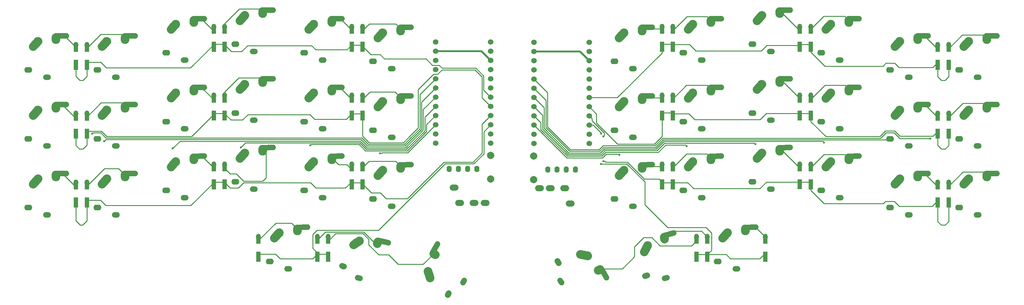
<source format=gbl>
G04 #@! TF.GenerationSoftware,KiCad,Pcbnew,(5.1.4)-1*
G04 #@! TF.CreationDate,2023-05-20T18:47:32-04:00*
G04 #@! TF.ProjectId,corne-light,636f726e-652d-46c6-9967-68742e6b6963,2.0*
G04 #@! TF.SameCoordinates,Original*
G04 #@! TF.FileFunction,Copper,L2,Bot*
G04 #@! TF.FilePolarity,Positive*
%FSLAX46Y46*%
G04 Gerber Fmt 4.6, Leading zero omitted, Abs format (unit mm)*
G04 Created by KiCad (PCBNEW (5.1.4)-1) date 2023-05-20 18:47:32*
%MOMM*%
%LPD*%
G04 APERTURE LIST*
%ADD10R,1.300000X1.400000*%
%ADD11O,1.300000X1.778000*%
%ADD12R,1.300000X1.778000*%
%ADD13O,1.397000X1.778000*%
%ADD14O,2.500000X1.700000*%
%ADD15C,2.000000*%
%ADD16C,2.400000*%
%ADD17C,2.400000*%
%ADD18C,1.500000*%
%ADD19C,1.500000*%
%ADD20C,1.600000*%
%ADD21C,1.600000*%
%ADD22O,2.400000X2.950000*%
%ADD23O,2.200000X1.600000*%
%ADD24O,2.200000X1.500000*%
%ADD25C,1.524000*%
%ADD26C,0.600000*%
%ADD27C,0.254000*%
%ADD28C,0.250000*%
%ADD29C,0.508000*%
G04 APERTURE END LIST*
D10*
X30187500Y-82141875D03*
X30187500Y-85691875D03*
D11*
X30187500Y-80916875D03*
D12*
X30187500Y-86916875D03*
D10*
X33187500Y-82145000D03*
X33187500Y-85695000D03*
D11*
X33187500Y-80920000D03*
D12*
X33187500Y-86920000D03*
D10*
X270684847Y-82145432D03*
X270684847Y-85695432D03*
D11*
X270684847Y-80920432D03*
D12*
X270684847Y-86920432D03*
D10*
X109187500Y-58145000D03*
X109187500Y-61695000D03*
D11*
X109187500Y-56920000D03*
D12*
X109187500Y-62920000D03*
D10*
X191684847Y-58145432D03*
X191684847Y-61695432D03*
D11*
X191684847Y-56920432D03*
D12*
X191684847Y-62920432D03*
D10*
X194684847Y-58145432D03*
X194684847Y-61695432D03*
D11*
X194684847Y-56920432D03*
D12*
X194684847Y-62920432D03*
D10*
X229684847Y-58140432D03*
X229684847Y-61690432D03*
D11*
X229684847Y-56915432D03*
D12*
X229684847Y-62915432D03*
D10*
X232684847Y-58145432D03*
X232684847Y-61695432D03*
D11*
X232684847Y-56920432D03*
D12*
X232684847Y-62920432D03*
D10*
X267684847Y-63145432D03*
X267684847Y-66695432D03*
D11*
X267684847Y-61920432D03*
D12*
X267684847Y-67920432D03*
D10*
X270684847Y-63145432D03*
X270684847Y-66695432D03*
D11*
X270684847Y-61920432D03*
D12*
X270684847Y-67920432D03*
D10*
X191684847Y-39145432D03*
X191684847Y-42695432D03*
D11*
X191684847Y-37920432D03*
D12*
X191684847Y-43920432D03*
D10*
X194684847Y-39145432D03*
X194684847Y-42695432D03*
D11*
X194684847Y-37920432D03*
D12*
X194684847Y-43920432D03*
D10*
X229684847Y-39140432D03*
X229684847Y-42690432D03*
D11*
X229684847Y-37915432D03*
D12*
X229684847Y-43915432D03*
D10*
X232684847Y-39145432D03*
X232684847Y-42695432D03*
D11*
X232684847Y-37920432D03*
D12*
X232684847Y-43920432D03*
D10*
X267684847Y-44145432D03*
X267684847Y-47695432D03*
D11*
X267684847Y-42920432D03*
D12*
X267684847Y-48920432D03*
D10*
X270684847Y-44145432D03*
X270684847Y-47695432D03*
D11*
X270684847Y-42920432D03*
D12*
X270684847Y-48920432D03*
D10*
X201194847Y-97140432D03*
X201194847Y-100690432D03*
D11*
X201194847Y-95915432D03*
D12*
X201194847Y-101915432D03*
D10*
X204194847Y-97140432D03*
X204194847Y-100690432D03*
D11*
X204194847Y-95915432D03*
D12*
X204194847Y-101915432D03*
D10*
X220184847Y-97155432D03*
X220184847Y-100705432D03*
D11*
X220184847Y-95930432D03*
D12*
X220184847Y-101930432D03*
D10*
X191684847Y-77145432D03*
X191684847Y-80695432D03*
D11*
X191684847Y-75920432D03*
D12*
X191684847Y-81920432D03*
D10*
X194684847Y-77145432D03*
X194684847Y-80695432D03*
D11*
X194684847Y-75920432D03*
D12*
X194684847Y-81920432D03*
D10*
X229684847Y-77140432D03*
X229684847Y-80690432D03*
D11*
X229684847Y-75915432D03*
D12*
X229684847Y-81915432D03*
D10*
X232684847Y-77145432D03*
X232684847Y-80695432D03*
D11*
X232684847Y-75920432D03*
D12*
X232684847Y-81920432D03*
D10*
X267684847Y-82145432D03*
X267684847Y-85695432D03*
D11*
X267684847Y-80920432D03*
D12*
X267684847Y-86920432D03*
D10*
X30187500Y-44141875D03*
X30187500Y-47691875D03*
D11*
X30187500Y-42916875D03*
D12*
X30187500Y-48916875D03*
D10*
X33187500Y-44145000D03*
X33187500Y-47695000D03*
D11*
X33187500Y-42920000D03*
D12*
X33187500Y-48920000D03*
D10*
X68187500Y-39145000D03*
X68187500Y-42695000D03*
D11*
X68187500Y-37920000D03*
D12*
X68187500Y-43920000D03*
D10*
X71187500Y-39140000D03*
X71187500Y-42690000D03*
D11*
X71187500Y-37915000D03*
D12*
X71187500Y-43915000D03*
D10*
X106187500Y-39145000D03*
X106187500Y-42695000D03*
D11*
X106187500Y-37920000D03*
D12*
X106187500Y-43920000D03*
D10*
X109187500Y-39145000D03*
X109187500Y-42695000D03*
D11*
X109187500Y-37920000D03*
D12*
X109187500Y-43920000D03*
D10*
X30187500Y-63141875D03*
X30187500Y-66691875D03*
D11*
X30187500Y-61916875D03*
D12*
X30187500Y-67916875D03*
D10*
X33187500Y-63145000D03*
X33187500Y-66695000D03*
D11*
X33187500Y-61920000D03*
D12*
X33187500Y-67920000D03*
D10*
X68187500Y-58145000D03*
X68187500Y-61695000D03*
D11*
X68187500Y-56920000D03*
D12*
X68187500Y-62920000D03*
D10*
X71187500Y-58140000D03*
X71187500Y-61690000D03*
D11*
X71187500Y-56915000D03*
D12*
X71187500Y-62915000D03*
D10*
X106187500Y-58145000D03*
X106187500Y-61695000D03*
D11*
X106187500Y-56920000D03*
D12*
X106187500Y-62920000D03*
D10*
X68187500Y-77145000D03*
X68187500Y-80695000D03*
D11*
X68187500Y-75920000D03*
D12*
X68187500Y-81920000D03*
D10*
X71187500Y-77140000D03*
X71187500Y-80690000D03*
D11*
X71187500Y-75915000D03*
D12*
X71187500Y-81915000D03*
D10*
X106187500Y-77145000D03*
X106187500Y-80695000D03*
D11*
X106187500Y-75920000D03*
D12*
X106187500Y-81920000D03*
D10*
X109187500Y-77145000D03*
X109187500Y-80695000D03*
D11*
X109187500Y-75920000D03*
D12*
X109187500Y-81920000D03*
D10*
X80507500Y-97135000D03*
X80507500Y-100685000D03*
D11*
X80507500Y-95910000D03*
D12*
X80507500Y-101910000D03*
D10*
X96687500Y-97130000D03*
X96687500Y-100680000D03*
D11*
X96687500Y-95905000D03*
D12*
X96687500Y-101905000D03*
D10*
X99687500Y-97130000D03*
X99687500Y-100680000D03*
D11*
X99687500Y-95905000D03*
D12*
X99687500Y-101905000D03*
D13*
X167877500Y-77310000D03*
X165337500Y-77310000D03*
X162797500Y-77310000D03*
X160257500Y-77310000D03*
X140648500Y-77168000D03*
X138108500Y-77168000D03*
X135568500Y-77168000D03*
X133028500Y-77168000D03*
D14*
X166407847Y-86665432D03*
X164907847Y-82465432D03*
X160907847Y-82465432D03*
X157907847Y-82465432D03*
X134414500Y-82332000D03*
X135914500Y-86532000D03*
X139914500Y-86532000D03*
X142914500Y-86532000D03*
D15*
X156374847Y-73567432D03*
X156374847Y-80067432D03*
X144504500Y-73421000D03*
X144504500Y-79921000D03*
D16*
X170221360Y-100937447D03*
D17*
X171199508Y-101145359D02*
X169243212Y-100729535D01*
D16*
X174341769Y-105060496D03*
D17*
X174579926Y-104922996D02*
X174103612Y-105197996D01*
D16*
X171148949Y-101130368D03*
D18*
X175682996Y-105902767D03*
D19*
X174947065Y-104653405D02*
X176418927Y-107152129D01*
D20*
X163007348Y-102828702D03*
D21*
X162857348Y-102568894D02*
X163157348Y-103088510D01*
D18*
X163825297Y-108245432D03*
D19*
X163650297Y-107942323D02*
X164000297Y-108548541D01*
D16*
X127520118Y-106359840D03*
D17*
X127211101Y-105408783D02*
X127829135Y-107310897D01*
D16*
X129030578Y-100729936D03*
D17*
X128792421Y-100592436D02*
X129268735Y-100867436D01*
D16*
X127223398Y-105460064D03*
D18*
X129089393Y-99147264D03*
D19*
X128375379Y-100409280D02*
X129803407Y-97885248D01*
D20*
X132764999Y-111661730D03*
D21*
X132614999Y-111921538D02*
X132914999Y-111401922D01*
D18*
X137047050Y-108245000D03*
D19*
X136872050Y-108548109D02*
X137222050Y-107941891D01*
D16*
X114056631Y-78251855D03*
D17*
X114725762Y-77508710D02*
X113387500Y-78995000D01*
D22*
X119687500Y-76745000D03*
D16*
X114687500Y-77545000D03*
D18*
X121087542Y-76004599D03*
D19*
X119637597Y-76017252D02*
X122537487Y-75991946D01*
D23*
X112087500Y-85445000D03*
D24*
X117187500Y-87445000D03*
D16*
X199553978Y-56877287D03*
D17*
X200223109Y-56134142D02*
X198884847Y-57620432D01*
D22*
X205184847Y-55370432D03*
D16*
X200184847Y-56170432D03*
D18*
X206584889Y-54630031D03*
D19*
X205134944Y-54642684D02*
X208034834Y-54617378D01*
D23*
X197584847Y-64070432D03*
D24*
X202684847Y-66070432D03*
D16*
X95056631Y-56876855D03*
D17*
X95725762Y-56133710D02*
X94387500Y-57620000D01*
D22*
X100687500Y-55370000D03*
D16*
X95687500Y-56170000D03*
D18*
X102087542Y-54629599D03*
D19*
X100637597Y-54642252D02*
X103537487Y-54616946D01*
D23*
X93087500Y-64070000D03*
D24*
X98187500Y-66070000D03*
D16*
X180553978Y-59252287D03*
D17*
X181223109Y-58509142D02*
X179884847Y-59995432D01*
D22*
X186184847Y-57745432D03*
D16*
X181184847Y-58545432D03*
D18*
X187584889Y-57005031D03*
D19*
X186134944Y-57017684D02*
X189034834Y-56992378D01*
D23*
X178584847Y-66445432D03*
D24*
X183684847Y-68445432D03*
D16*
X187308330Y-99174827D03*
D17*
X187762320Y-98283820D02*
X186854340Y-100065834D01*
D16*
X192357330Y-96261940D03*
D17*
X192286155Y-95996310D02*
X192428505Y-96527570D01*
D16*
X187734756Y-98328776D03*
D18*
X193518037Y-95184410D03*
D19*
X192120773Y-95571906D02*
X194915301Y-94796914D01*
D20*
X187268020Y-106632520D03*
D21*
X186978242Y-106710166D02*
X187557798Y-106554874D01*
D18*
X192711879Y-107244394D03*
D19*
X192373805Y-107334981D02*
X193049953Y-107153807D01*
D16*
X38056631Y-61626855D03*
D17*
X38725762Y-60883710D02*
X37387500Y-62370000D01*
D22*
X43687500Y-60120000D03*
D16*
X38687500Y-60920000D03*
D18*
X45087542Y-59379599D03*
D19*
X43637597Y-59392252D02*
X46537487Y-59366946D01*
D23*
X36087500Y-68820000D03*
D24*
X41187500Y-70820000D03*
D16*
X19056631Y-61626855D03*
D17*
X19725762Y-60883710D02*
X18387500Y-62370000D01*
D22*
X24687500Y-60120000D03*
D16*
X19687500Y-60920000D03*
D18*
X26087542Y-59379599D03*
D19*
X24637597Y-59392252D02*
X27537487Y-59366946D01*
D23*
X17087500Y-68820000D03*
D24*
X22187500Y-70820000D03*
D16*
X19056631Y-42626855D03*
D17*
X19725762Y-41883710D02*
X18387500Y-43370000D01*
D22*
X24687500Y-41120000D03*
D16*
X19687500Y-41920000D03*
D18*
X26087542Y-40379599D03*
D19*
X24637597Y-40392252D02*
X27537487Y-40366946D01*
D23*
X17087500Y-49820000D03*
D24*
X22187500Y-51820000D03*
D16*
X38056631Y-42626855D03*
D17*
X38725762Y-41883710D02*
X37387500Y-43370000D01*
D22*
X43687500Y-41120000D03*
D16*
X38687500Y-41920000D03*
D18*
X45087542Y-40379599D03*
D19*
X43637597Y-40392252D02*
X46537487Y-40366946D01*
D23*
X36087500Y-49820000D03*
D24*
X41187500Y-51820000D03*
D16*
X218553978Y-73502287D03*
D17*
X219223109Y-72759142D02*
X217884847Y-74245432D01*
D22*
X224184847Y-71995432D03*
D16*
X219184847Y-72795432D03*
D18*
X225584889Y-71255031D03*
D19*
X224134944Y-71267684D02*
X227034834Y-71242378D01*
D23*
X216584847Y-80695432D03*
D24*
X221684847Y-82695432D03*
D16*
X57056631Y-56876855D03*
D17*
X57725762Y-56133710D02*
X56387500Y-57620000D01*
D22*
X62687500Y-55370000D03*
D16*
X57687500Y-56170000D03*
D18*
X64087542Y-54629599D03*
D19*
X62637597Y-54642252D02*
X65537487Y-54616946D01*
D23*
X55087500Y-64070000D03*
D24*
X60187500Y-66070000D03*
D16*
X199553978Y-37877287D03*
D17*
X200223109Y-37134142D02*
X198884847Y-38620432D01*
D22*
X205184847Y-36370432D03*
D16*
X200184847Y-37170432D03*
D18*
X206584889Y-35630031D03*
D19*
X205134944Y-35642684D02*
X208034834Y-35617378D01*
D23*
X197584847Y-45070432D03*
D24*
X202684847Y-47070432D03*
D16*
X57056631Y-37876855D03*
D17*
X57725762Y-37133710D02*
X56387500Y-38620000D01*
D22*
X62687500Y-36370000D03*
D16*
X57687500Y-37170000D03*
D18*
X64087542Y-35629599D03*
D19*
X62637597Y-35642252D02*
X65537487Y-35616946D01*
D23*
X55087500Y-45070000D03*
D24*
X60187500Y-47070000D03*
D16*
X38056631Y-80626855D03*
D17*
X38725762Y-79883710D02*
X37387500Y-81370000D01*
D22*
X43687500Y-79120000D03*
D16*
X38687500Y-79920000D03*
D18*
X45087542Y-78379599D03*
D19*
X43637597Y-78392252D02*
X46537487Y-78366946D01*
D23*
X36087500Y-87820000D03*
D24*
X41187500Y-89820000D03*
D16*
X180553978Y-40252287D03*
D17*
X181223109Y-39509142D02*
X179884847Y-40995432D01*
D22*
X186184847Y-38745432D03*
D16*
X181184847Y-39545432D03*
D18*
X187584889Y-38005031D03*
D19*
X186134944Y-38017684D02*
X189034834Y-37992378D01*
D23*
X178584847Y-47445432D03*
D24*
X183684847Y-49445432D03*
D16*
X114056631Y-59251855D03*
D17*
X114725762Y-58508710D02*
X113387500Y-59995000D01*
D22*
X119687500Y-57745000D03*
D16*
X114687500Y-58545000D03*
D18*
X121087542Y-57004599D03*
D19*
X119637597Y-57017252D02*
X122537487Y-56991946D01*
D23*
X112087500Y-66445000D03*
D24*
X117187500Y-68445000D03*
D16*
X107515641Y-97553738D03*
D17*
X108354312Y-97009099D02*
X106676970Y-98098377D01*
D16*
X113344646Y-97555604D03*
D17*
X113415821Y-97289974D02*
X113273471Y-97821234D01*
D16*
X108307962Y-97034249D03*
D18*
X114888613Y-97202789D03*
D19*
X113484799Y-96839738D02*
X116292427Y-97565840D01*
D20*
X103751884Y-103992134D03*
D21*
X103462106Y-103914488D02*
X104041662Y-104069780D01*
D18*
X108160468Y-107243962D03*
D19*
X107822394Y-107153375D02*
X108498542Y-107334549D01*
D16*
X76056631Y-54501855D03*
D17*
X76725762Y-53758710D02*
X75387500Y-55245000D01*
D22*
X81687500Y-52995000D03*
D16*
X76687500Y-53795000D03*
D18*
X83087542Y-52254599D03*
D19*
X81637597Y-52267252D02*
X84537487Y-52241946D01*
D23*
X74087500Y-61695000D03*
D24*
X79187500Y-63695000D03*
D16*
X57056631Y-75876855D03*
D17*
X57725762Y-75133710D02*
X56387500Y-76620000D01*
D22*
X62687500Y-74370000D03*
D16*
X57687500Y-75170000D03*
D18*
X64087542Y-73629599D03*
D19*
X62637597Y-73642252D02*
X65537487Y-73616946D01*
D23*
X55087500Y-83070000D03*
D24*
X60187500Y-85070000D03*
D16*
X76056631Y-73501855D03*
D17*
X76725762Y-72758710D02*
X75387500Y-74245000D01*
D22*
X81687500Y-71995000D03*
D16*
X76687500Y-72795000D03*
D18*
X83087542Y-71254599D03*
D19*
X81637597Y-71267252D02*
X84537487Y-71241946D01*
D23*
X74087500Y-80695000D03*
D24*
X79187500Y-82695000D03*
D16*
X95056631Y-75876855D03*
D17*
X95725762Y-75133710D02*
X94387500Y-76620000D01*
D22*
X100687500Y-74370000D03*
D16*
X95687500Y-75170000D03*
D18*
X102087542Y-73629599D03*
D19*
X100637597Y-73642252D02*
X103537487Y-73616946D01*
D23*
X93087500Y-83070000D03*
D24*
X98187500Y-85070000D03*
D16*
X85556631Y-95501855D03*
D17*
X86225762Y-94758710D02*
X84887500Y-96245000D01*
D22*
X91187500Y-93995000D03*
D16*
X86187500Y-94795000D03*
D18*
X92587542Y-93254599D03*
D19*
X91137597Y-93267252D02*
X94037487Y-93241946D01*
D23*
X83587500Y-102695000D03*
D24*
X88687500Y-104695000D03*
D16*
X19056631Y-80626855D03*
D17*
X19725762Y-79883710D02*
X18387500Y-81370000D01*
D22*
X24687500Y-79120000D03*
D16*
X19687500Y-79920000D03*
D18*
X26087542Y-78379599D03*
D19*
X24637597Y-78392252D02*
X27537487Y-78366946D01*
D23*
X17087500Y-87820000D03*
D24*
X22187500Y-89820000D03*
D16*
X180553978Y-78252287D03*
D17*
X181223109Y-77509142D02*
X179884847Y-78995432D01*
D22*
X186184847Y-76745432D03*
D16*
X181184847Y-77545432D03*
D18*
X187584889Y-76005031D03*
D19*
X186134944Y-76017684D02*
X189034834Y-75992378D01*
D23*
X178584847Y-85445432D03*
D24*
X183684847Y-87445432D03*
D16*
X275553978Y-61627287D03*
D17*
X276223109Y-60884142D02*
X274884847Y-62370432D01*
D22*
X281184847Y-60120432D03*
D16*
X276184847Y-60920432D03*
D18*
X282584889Y-59380031D03*
D19*
X281134944Y-59392684D02*
X284034834Y-59367378D01*
D23*
X273584847Y-68820432D03*
D24*
X278684847Y-70820432D03*
D16*
X256553978Y-42627287D03*
D17*
X257223109Y-41884142D02*
X255884847Y-43370432D01*
D22*
X262184847Y-41120432D03*
D16*
X257184847Y-41920432D03*
D18*
X263584889Y-40380031D03*
D19*
X262134944Y-40392684D02*
X265034834Y-40367378D01*
D23*
X254584847Y-49820432D03*
D24*
X259684847Y-51820432D03*
D16*
X209053978Y-95502287D03*
D17*
X209723109Y-94759142D02*
X208384847Y-96245432D01*
D22*
X214684847Y-93995432D03*
D16*
X209684847Y-94795432D03*
D18*
X216084889Y-93255031D03*
D19*
X214634944Y-93267684D02*
X217534834Y-93242378D01*
D23*
X207084847Y-102695432D03*
D24*
X212184847Y-104695432D03*
D16*
X199553978Y-75877287D03*
D17*
X200223109Y-75134142D02*
X198884847Y-76620432D01*
D22*
X205184847Y-74370432D03*
D16*
X200184847Y-75170432D03*
D18*
X206584889Y-73630031D03*
D19*
X205134944Y-73642684D02*
X208034834Y-73617378D01*
D23*
X197584847Y-83070432D03*
D24*
X202684847Y-85070432D03*
D16*
X237553978Y-75877287D03*
D17*
X238223109Y-75134142D02*
X236884847Y-76620432D01*
D22*
X243184847Y-74370432D03*
D16*
X238184847Y-75170432D03*
D18*
X244584889Y-73630031D03*
D19*
X243134944Y-73642684D02*
X246034834Y-73617378D01*
D23*
X235584847Y-83070432D03*
D24*
X240684847Y-85070432D03*
D16*
X256553978Y-80627287D03*
D17*
X257223109Y-79884142D02*
X255884847Y-81370432D01*
D22*
X262184847Y-79120432D03*
D16*
X257184847Y-79920432D03*
D18*
X263584889Y-78380031D03*
D19*
X262134944Y-78392684D02*
X265034834Y-78367378D01*
D23*
X254584847Y-87820432D03*
D24*
X259684847Y-89820432D03*
D16*
X275553978Y-80627287D03*
D17*
X276223109Y-79884142D02*
X274884847Y-81370432D01*
D22*
X281184847Y-79120432D03*
D16*
X276184847Y-79920432D03*
D18*
X282584889Y-78380031D03*
D19*
X281134944Y-78392684D02*
X284034834Y-78367378D01*
D23*
X273584847Y-87820432D03*
D24*
X278684847Y-89820432D03*
D16*
X218553978Y-54502287D03*
D17*
X219223109Y-53759142D02*
X217884847Y-55245432D01*
D22*
X224184847Y-52995432D03*
D16*
X219184847Y-53795432D03*
D18*
X225584889Y-52255031D03*
D19*
X224134944Y-52267684D02*
X227034834Y-52242378D01*
D23*
X216584847Y-61695432D03*
D24*
X221684847Y-63695432D03*
D16*
X237553978Y-56877287D03*
D17*
X238223109Y-56134142D02*
X236884847Y-57620432D01*
D22*
X243184847Y-55370432D03*
D16*
X238184847Y-56170432D03*
D18*
X244584889Y-54630031D03*
D19*
X243134944Y-54642684D02*
X246034834Y-54617378D01*
D23*
X235584847Y-64070432D03*
D24*
X240684847Y-66070432D03*
D16*
X256553978Y-61627287D03*
D17*
X257223109Y-60884142D02*
X255884847Y-62370432D01*
D22*
X262184847Y-60120432D03*
D16*
X257184847Y-60920432D03*
D18*
X263584889Y-59380031D03*
D19*
X262134944Y-59392684D02*
X265034834Y-59367378D01*
D23*
X254584847Y-68820432D03*
D24*
X259684847Y-70820432D03*
D16*
X218553978Y-35502287D03*
D17*
X219223109Y-34759142D02*
X217884847Y-36245432D01*
D22*
X224184847Y-33995432D03*
D16*
X219184847Y-34795432D03*
D18*
X225584889Y-33255031D03*
D19*
X224134944Y-33267684D02*
X227034834Y-33242378D01*
D23*
X216584847Y-42695432D03*
D24*
X221684847Y-44695432D03*
D16*
X237553978Y-37877287D03*
D17*
X238223109Y-37134142D02*
X236884847Y-38620432D01*
D22*
X243184847Y-36370432D03*
D16*
X238184847Y-37170432D03*
D18*
X244584889Y-35630031D03*
D19*
X243134944Y-35642684D02*
X246034834Y-35617378D01*
D23*
X235584847Y-45070432D03*
D24*
X240684847Y-47070432D03*
D16*
X275553978Y-42627287D03*
D17*
X276223109Y-41884142D02*
X274884847Y-43370432D01*
D22*
X281184847Y-41120432D03*
D16*
X276184847Y-41920432D03*
D18*
X282584889Y-40380031D03*
D19*
X281134944Y-40392684D02*
X284034834Y-40367378D01*
D23*
X273584847Y-49820432D03*
D24*
X278684847Y-51820432D03*
D16*
X76056631Y-35501855D03*
D17*
X76725762Y-34758710D02*
X75387500Y-36245000D01*
D22*
X81687500Y-33995000D03*
D16*
X76687500Y-34795000D03*
D18*
X83087542Y-33254599D03*
D19*
X81637597Y-33267252D02*
X84537487Y-33241946D01*
D23*
X74087500Y-42695000D03*
D24*
X79187500Y-44695000D03*
D16*
X95056631Y-37876855D03*
D17*
X95725762Y-37133710D02*
X94387500Y-38620000D01*
D22*
X100687500Y-36370000D03*
D16*
X95687500Y-37170000D03*
D18*
X102087542Y-35629599D03*
D19*
X100637597Y-35642252D02*
X103537487Y-35616946D01*
D23*
X93087500Y-45070000D03*
D24*
X98187500Y-47070000D03*
D16*
X114056631Y-40251855D03*
D17*
X114725762Y-39508710D02*
X113387500Y-40995000D01*
D22*
X119687500Y-38745000D03*
D16*
X114687500Y-39545000D03*
D18*
X121087542Y-38004599D03*
D19*
X119637597Y-38017252D02*
X122537487Y-37991946D01*
D23*
X112087500Y-47445000D03*
D24*
X117187500Y-49445000D03*
D25*
X156454247Y-42208432D03*
X156454247Y-44748432D03*
X156454247Y-47288432D03*
X156454247Y-49828432D03*
X156454247Y-52368432D03*
X156454247Y-54908432D03*
X156454247Y-57448432D03*
X156454247Y-59988432D03*
X156454247Y-62528432D03*
X156454247Y-65068432D03*
X156454247Y-67608432D03*
X156454247Y-70148432D03*
X171674247Y-70148432D03*
X171674247Y-67608432D03*
X171674247Y-65068432D03*
X171674247Y-62528432D03*
X171674247Y-59988432D03*
X171674247Y-57448432D03*
X171674247Y-54908432D03*
X171674247Y-52368432D03*
X171674247Y-49828432D03*
X171674247Y-47288432D03*
X171674247Y-44748432D03*
X171674247Y-42208432D03*
X129283900Y-42082000D03*
X129283900Y-44622000D03*
X129283900Y-47162000D03*
X129283900Y-49702000D03*
X129283900Y-52242000D03*
X129283900Y-54782000D03*
X129283900Y-57322000D03*
X129283900Y-59862000D03*
X129283900Y-62402000D03*
X129283900Y-64942000D03*
X129283900Y-67482000D03*
X129283900Y-70022000D03*
X144503900Y-70022000D03*
X144503900Y-67482000D03*
X144503900Y-64942000D03*
X144503900Y-62402000D03*
X144503900Y-59862000D03*
X144503900Y-57322000D03*
X144503900Y-54782000D03*
X144503900Y-52242000D03*
X144503900Y-49702000D03*
X144503900Y-47162000D03*
X144503900Y-44622000D03*
X144503900Y-42082000D03*
D26*
X34697500Y-67410000D03*
X37984500Y-69494000D03*
X56884500Y-71461010D03*
X75637500Y-71190000D03*
X94797500Y-70620000D03*
X113984500Y-72835062D03*
X175514847Y-75010432D03*
X175514847Y-68200433D03*
X174894847Y-75770432D03*
X174964847Y-67370432D03*
X265644847Y-68717442D03*
X236382717Y-69847442D03*
X217444847Y-70301453D03*
X198523797Y-70834414D03*
X179944847Y-73240420D03*
D27*
X33184375Y-48916875D02*
X33187500Y-48920000D01*
D28*
X31309869Y-52660000D02*
X30197500Y-51547631D01*
X32085131Y-52660000D02*
X31309869Y-52660000D01*
X33197500Y-48930000D02*
X33197500Y-51547631D01*
X30197500Y-48926875D02*
X30187500Y-48916875D01*
X33197500Y-51547631D02*
X32085131Y-52660000D01*
X30197500Y-51547631D02*
X30197500Y-48926875D01*
X33187500Y-48920000D02*
X33197500Y-48930000D01*
D27*
X96294500Y-44224000D02*
X104883500Y-44224000D01*
X95134500Y-43064000D02*
X96294500Y-44224000D01*
X73001500Y-44714000D02*
X75834500Y-44714000D01*
X75834500Y-44714000D02*
X77484500Y-43064000D01*
X33197500Y-47660000D02*
X37020500Y-47660000D01*
X77484500Y-43064000D02*
X95134500Y-43064000D01*
X70947500Y-42660000D02*
X73001500Y-44714000D01*
X104883500Y-44224000D02*
X106197500Y-42910000D01*
X68322500Y-42660000D02*
X70947500Y-42660000D01*
X61768500Y-49214000D02*
X68322500Y-42660000D01*
X38574500Y-49214000D02*
X61768500Y-49214000D01*
X37020500Y-47660000D02*
X38574500Y-49214000D01*
X106322500Y-42910000D02*
X109187500Y-42910000D01*
X106197500Y-42785000D02*
X106322500Y-42910000D01*
X143741901Y-56560001D02*
X144503900Y-57322000D01*
X142548511Y-55366611D02*
X143741901Y-56560001D01*
X142548511Y-51458011D02*
X142548511Y-55366611D01*
X109197500Y-42910000D02*
X109197500Y-43285000D01*
X140384500Y-49294000D02*
X142548511Y-51458011D01*
X131084500Y-49294000D02*
X140384500Y-49294000D01*
X130274500Y-48484000D02*
X131084500Y-49294000D01*
X113994500Y-45514000D02*
X115254500Y-46774000D01*
X126674500Y-46774000D02*
X128384500Y-48484000D01*
X109197500Y-43285000D02*
X111426500Y-45514000D01*
X111426500Y-45514000D02*
X113994500Y-45514000D01*
X115254500Y-46774000D02*
X126674500Y-46774000D01*
X128384500Y-48484000D02*
X130274500Y-48484000D01*
D28*
X30187500Y-48916875D02*
X30187500Y-47691875D01*
X33187500Y-48920000D02*
X33187500Y-47695000D01*
X68187500Y-43920000D02*
X68187500Y-42695000D01*
X71187500Y-43915000D02*
X71187500Y-42690000D01*
X106187500Y-43920000D02*
X106187500Y-42695000D01*
X109187500Y-43920000D02*
X109187500Y-42695000D01*
X30187500Y-44141875D02*
X30197500Y-44131875D01*
D27*
X30197500Y-43535000D02*
X30197500Y-44285000D01*
X27502500Y-40840000D02*
X30197500Y-43535000D01*
X24727500Y-40840000D02*
X27502500Y-40840000D01*
D28*
X30187500Y-42916875D02*
X30187500Y-44141875D01*
D27*
X33184375Y-67916875D02*
X33187500Y-67920000D01*
X142094500Y-51704000D02*
X142094500Y-57452600D01*
X140184500Y-49794000D02*
X142094500Y-51704000D01*
X131084500Y-49794000D02*
X140184500Y-49794000D01*
X129874500Y-51004000D02*
X131084500Y-49794000D01*
X128714500Y-51004000D02*
X129874500Y-51004000D01*
X124520490Y-55198010D02*
X128714500Y-51004000D01*
X124520489Y-65828011D02*
X124520490Y-55198010D01*
X122154500Y-68194000D02*
X124520489Y-65828011D01*
X143741901Y-59100001D02*
X144503900Y-59862000D01*
X142094500Y-57452600D02*
X143741901Y-59100001D01*
D28*
X110996440Y-69905940D02*
X109187500Y-68097000D01*
X120442560Y-69905940D02*
X110996440Y-69905940D01*
X109187500Y-64059000D02*
X109187500Y-62920000D01*
X109187500Y-68097000D02*
X109187500Y-64059000D01*
X122154500Y-68194000D02*
X120442560Y-69905940D01*
X30197500Y-70660000D02*
X30197500Y-67926875D01*
X32097762Y-71660000D02*
X31197500Y-71660000D01*
X30197500Y-67926875D02*
X30187500Y-67916875D01*
X31197500Y-71660000D02*
X30197500Y-70660000D01*
X33197500Y-70560262D02*
X32097762Y-71660000D01*
X33197500Y-67930000D02*
X33197500Y-70560262D01*
X33187500Y-67920000D02*
X33197500Y-67930000D01*
D27*
X109187500Y-61910000D02*
X109187500Y-62920000D01*
X106197500Y-61910000D02*
X109187500Y-61910000D01*
X95994500Y-63414000D02*
X104693500Y-63414000D01*
X77604500Y-62124000D02*
X94704500Y-62124000D01*
X33187500Y-66777000D02*
X33256511Y-66707989D01*
X72911500Y-63624000D02*
X76104500Y-63624000D01*
X104693500Y-63414000D02*
X106197500Y-61910000D01*
X71197500Y-61785000D02*
X71197500Y-61910000D01*
X68447500Y-61785000D02*
X71197500Y-61785000D01*
X38608459Y-68127959D02*
X62104541Y-68127959D01*
X37188489Y-66707989D02*
X38608459Y-68127959D01*
X33187500Y-67920000D02*
X33187500Y-66777000D01*
X71197500Y-61910000D02*
X72911500Y-63624000D01*
X62104541Y-68127959D02*
X68447500Y-61785000D01*
X33256511Y-66707989D02*
X37188489Y-66707989D01*
X94704500Y-62124000D02*
X95994500Y-63414000D01*
X76104500Y-63624000D02*
X77604500Y-62124000D01*
D28*
X30187500Y-67916875D02*
X30187500Y-66691875D01*
X33187500Y-67920000D02*
X33187500Y-66695000D01*
X68187500Y-62920000D02*
X68187500Y-61695000D01*
X71187500Y-62915000D02*
X71187500Y-61690000D01*
X106187500Y-62920000D02*
X106187500Y-61695000D01*
X109187500Y-62920000D02*
X109187500Y-61695000D01*
D27*
X37032500Y-39950000D02*
X33197500Y-43785000D01*
X33197500Y-43785000D02*
X33197500Y-44160000D01*
X42837500Y-39950000D02*
X37032500Y-39950000D01*
X43727500Y-40840000D02*
X42837500Y-39950000D01*
D28*
X33187500Y-42920000D02*
X33187500Y-44145000D01*
D27*
X143741901Y-63163999D02*
X144503900Y-62402000D01*
X142124500Y-72774000D02*
X142124500Y-64781400D01*
X139624500Y-75274000D02*
X142124500Y-72774000D01*
X131631900Y-75274000D02*
X139624500Y-75274000D01*
X142124500Y-64781400D02*
X143741901Y-63163999D01*
X121555900Y-85350000D02*
X131631900Y-75274000D01*
X115847500Y-85350000D02*
X121555900Y-85350000D01*
D28*
X33197500Y-86930000D02*
X33187500Y-86920000D01*
X33197500Y-91472500D02*
X33197500Y-86930000D01*
X31385000Y-92660000D02*
X32010000Y-92660000D01*
X32010000Y-92660000D02*
X33197500Y-91472500D01*
X30197500Y-91472500D02*
X31385000Y-92660000D01*
X30197500Y-86926875D02*
X30197500Y-91472500D01*
X30187500Y-86916875D02*
X30197500Y-86926875D01*
D27*
X68072500Y-81035000D02*
X68072500Y-80785000D01*
X38384500Y-87234000D02*
X61873500Y-87234000D01*
X36935500Y-85785000D02*
X38384500Y-87234000D01*
X33447500Y-85785000D02*
X36935500Y-85785000D01*
X61873500Y-87234000D02*
X68072500Y-81035000D01*
X33322500Y-85910000D02*
X33447500Y-85785000D01*
X105947500Y-80910000D02*
X108947500Y-80910000D01*
X104433500Y-82424000D02*
X105947500Y-80910000D01*
X108947500Y-80910000D02*
X109197500Y-81160000D01*
X74943500Y-82414000D02*
X76393500Y-80964000D01*
X72701500Y-82414000D02*
X74943500Y-82414000D01*
X68322500Y-80785000D02*
X71072500Y-80785000D01*
X96334500Y-82424000D02*
X104433500Y-82424000D01*
X109197500Y-81160000D02*
X109322500Y-81160000D01*
X71072500Y-80785000D02*
X72701500Y-82414000D01*
X76393500Y-80964000D02*
X94874500Y-80964000D01*
X94874500Y-80964000D02*
X96334500Y-82424000D01*
X68177500Y-80930000D02*
X68322500Y-80785000D01*
D28*
X115727500Y-85350000D02*
X115837500Y-85350000D01*
X111622500Y-83710000D02*
X114087500Y-83710000D01*
X109197500Y-81285000D02*
X111622500Y-83710000D01*
X114087500Y-83710000D02*
X115727500Y-85350000D01*
X109197500Y-81035000D02*
X109197500Y-81285000D01*
X30187500Y-86916875D02*
X30187500Y-85691875D01*
X33187500Y-86920000D02*
X33187500Y-85695000D01*
X68187500Y-81920000D02*
X68187500Y-80695000D01*
X71187500Y-81915000D02*
X71187500Y-80690000D01*
X106187500Y-80695000D02*
X106187500Y-81920000D01*
X109187500Y-81920000D02*
X109187500Y-80695000D01*
D27*
X65127500Y-36090000D02*
X68072500Y-39035000D01*
X62727500Y-36090000D02*
X65127500Y-36090000D01*
D28*
X68187500Y-37920000D02*
X68187500Y-39145000D01*
D27*
X99572500Y-100660000D02*
X99697500Y-100785000D01*
X86465500Y-101905000D02*
X95452500Y-101905000D01*
X80572500Y-100660000D02*
X85220500Y-100660000D01*
X96697500Y-100660000D02*
X99572500Y-100660000D01*
X95452500Y-101905000D02*
X96697500Y-100660000D01*
X85220500Y-100660000D02*
X86465500Y-101905000D01*
D28*
X80507500Y-101910000D02*
X80507500Y-100685000D01*
X96687500Y-101905000D02*
X96687500Y-100680000D01*
X99687500Y-101905000D02*
X99687500Y-100680000D01*
D27*
X95484500Y-99072000D02*
X96687500Y-100275000D01*
X95484500Y-95248000D02*
X95484500Y-99072000D01*
X113584500Y-94094000D02*
X110003568Y-94094000D01*
X101210212Y-94085980D02*
X101202192Y-94094000D01*
X109995547Y-94085979D02*
X101210212Y-94085980D01*
X110003568Y-94094000D02*
X109995547Y-94085979D01*
X142578511Y-66867389D02*
X142578511Y-72962057D01*
X101202192Y-94094000D02*
X96638500Y-94094000D01*
X144503900Y-64942000D02*
X142578511Y-66867389D01*
X131950489Y-75728011D02*
X113584500Y-94094000D01*
X142578511Y-72962057D02*
X139812558Y-75728010D01*
X139812558Y-75728010D02*
X131950489Y-75728011D01*
X96638500Y-94094000D02*
X95484500Y-95248000D01*
X71197500Y-37010000D02*
X71197500Y-39035000D01*
X75257500Y-32950000D02*
X71197500Y-37010000D01*
X80962500Y-32950000D02*
X75257500Y-32950000D01*
X81727500Y-33715000D02*
X80962500Y-32950000D01*
D28*
X71187500Y-37915000D02*
X71187500Y-39140000D01*
D27*
X106197500Y-38785000D02*
X106197500Y-39160000D01*
X103502500Y-36090000D02*
X106197500Y-38785000D01*
X100727500Y-36090000D02*
X103502500Y-36090000D01*
D28*
X106187500Y-37920000D02*
X106187500Y-39145000D01*
D27*
X109197500Y-38910000D02*
X109197500Y-39035000D01*
X111027500Y-37080000D02*
X109197500Y-38910000D01*
X118342500Y-37080000D02*
X111027500Y-37080000D01*
X119727500Y-38465000D02*
X118342500Y-37080000D01*
D28*
X109187500Y-37920000D02*
X109187500Y-39145000D01*
D27*
X26867500Y-59840000D02*
X30187500Y-63160000D01*
X24727500Y-59840000D02*
X26867500Y-59840000D01*
D28*
X30187500Y-61916875D02*
X30187500Y-63141875D01*
D27*
X37112500Y-58870000D02*
X33187500Y-62795000D01*
X42757500Y-58870000D02*
X37112500Y-58870000D01*
X33187500Y-62795000D02*
X33187500Y-63035000D01*
X43727500Y-59840000D02*
X42757500Y-58870000D01*
D28*
X33187500Y-61920000D02*
X33187500Y-63145000D01*
D27*
X65252500Y-55090000D02*
X68072500Y-57910000D01*
X62727500Y-55090000D02*
X65252500Y-55090000D01*
D28*
X68187500Y-56920000D02*
X68187500Y-58145000D01*
D27*
X71187500Y-55890000D02*
X71187500Y-56915000D01*
X75077500Y-52000000D02*
X71187500Y-55890000D01*
X81012500Y-52000000D02*
X75077500Y-52000000D01*
X81727500Y-52715000D02*
X81012500Y-52000000D01*
D28*
X71187500Y-56915000D02*
X71187500Y-58140000D01*
D27*
X103377500Y-55090000D02*
X106197500Y-57910000D01*
X106197500Y-57910000D02*
X106197500Y-58035000D01*
X100727500Y-55090000D02*
X103377500Y-55090000D01*
D28*
X106187500Y-56920000D02*
X106187500Y-58145000D01*
D27*
X111197500Y-55910000D02*
X109197500Y-57910000D01*
X118172500Y-55910000D02*
X111197500Y-55910000D01*
X119727500Y-57465000D02*
X118172500Y-55910000D01*
D28*
X109187500Y-56920000D02*
X109187500Y-58145000D01*
D27*
X26877500Y-78840000D02*
X30072500Y-82035000D01*
X24727500Y-78840000D02*
X26877500Y-78840000D01*
D28*
X30187500Y-80916875D02*
X30187500Y-82141875D01*
D27*
X34312500Y-80785000D02*
X33187500Y-81910000D01*
X38087500Y-77020000D02*
X34322500Y-80785000D01*
X34322500Y-80785000D02*
X34312500Y-80785000D01*
X41907500Y-77020000D02*
X38087500Y-77020000D01*
X43727500Y-78840000D02*
X41907500Y-77020000D01*
D28*
X33187500Y-80920000D02*
X33187500Y-82145000D01*
D27*
X68187500Y-76900000D02*
X68187500Y-77035000D01*
X65377500Y-74090000D02*
X68187500Y-76900000D01*
X62727500Y-74090000D02*
X65377500Y-74090000D01*
D28*
X68187500Y-75920000D02*
X68187500Y-77145000D01*
X72677500Y-78520000D02*
X71211500Y-77054000D01*
X81687500Y-71995000D02*
X82557500Y-72865000D01*
X76407500Y-80510000D02*
X74417500Y-78520000D01*
X71211500Y-77054000D02*
X71187500Y-77054000D01*
X81622500Y-80510000D02*
X76407500Y-80510000D01*
X82557500Y-79575000D02*
X81622500Y-80510000D01*
X74417500Y-78520000D02*
X72677500Y-78520000D01*
X82557500Y-72865000D02*
X82557500Y-79575000D01*
X71187500Y-75915000D02*
X71187500Y-77140000D01*
D27*
X104832500Y-75920000D02*
X106072500Y-77160000D01*
X102557500Y-75920000D02*
X104832500Y-75920000D01*
X100727500Y-74090000D02*
X102557500Y-75920000D01*
D28*
X106187500Y-75920000D02*
X106187500Y-77145000D01*
D27*
X109197500Y-76785000D02*
X109197500Y-77160000D01*
X110932500Y-75050000D02*
X109197500Y-76785000D01*
X118312500Y-75050000D02*
X110932500Y-75050000D01*
X119727500Y-76465000D02*
X118312500Y-75050000D01*
D28*
X109187500Y-75920000D02*
X109187500Y-77145000D01*
X80507500Y-97135000D02*
X80447500Y-97075000D01*
D27*
X85277500Y-92080000D02*
X80572500Y-96785000D01*
X80572500Y-96785000D02*
X80572500Y-97035000D01*
X89592500Y-92080000D02*
X85277500Y-92080000D01*
X91227500Y-93715000D02*
X89592500Y-92080000D01*
D28*
X80507500Y-95910000D02*
X80507500Y-97135000D01*
D27*
X96822500Y-96660000D02*
X96822500Y-97035000D01*
X98934489Y-94548011D02*
X96822500Y-96660000D01*
X101390249Y-94548011D02*
X98934489Y-94548011D01*
X113455752Y-97295497D02*
X112242997Y-97295497D01*
X109487490Y-94539990D02*
X101398270Y-94539990D01*
X112242997Y-97295497D02*
X109487490Y-94539990D01*
X101398270Y-94539990D02*
X101390249Y-94548011D01*
D28*
X96687500Y-95905000D02*
X96687500Y-97130000D01*
D27*
X101730478Y-95002022D02*
X99822500Y-96910000D01*
X109307454Y-95002022D02*
X101730478Y-95002022D01*
X110897500Y-96592068D02*
X109307454Y-95002022D01*
X110897500Y-98130000D02*
X110897500Y-96592068D01*
X113647500Y-100880000D02*
X110897500Y-98130000D01*
X128808091Y-100555295D02*
X125889386Y-103474000D01*
X118974500Y-103474000D02*
X116380500Y-100880000D01*
X116380500Y-100880000D02*
X113647500Y-100880000D01*
X125889386Y-103474000D02*
X118974500Y-103474000D01*
D28*
X99687500Y-95905000D02*
X99687500Y-97130000D01*
D29*
X141963900Y-44622000D02*
X144503900Y-47162000D01*
X129283900Y-44622000D02*
X141963900Y-44622000D01*
D27*
X129283900Y-52242000D02*
X124974500Y-56551400D01*
X124974500Y-56551400D02*
X124974500Y-66041060D01*
X124974500Y-66041060D02*
X122321573Y-68693987D01*
D28*
X122321573Y-68693987D02*
X120659611Y-70355949D01*
X109083740Y-68674000D02*
X109074500Y-68674000D01*
X120659611Y-70355949D02*
X110765689Y-70355949D01*
X110765689Y-70355949D02*
X109083740Y-68674000D01*
X34947500Y-67160000D02*
X34697500Y-67410000D01*
X109076535Y-68676009D02*
X108980496Y-68579970D01*
X108980496Y-68579970D02*
X38421230Y-68579970D01*
X37001260Y-67160000D02*
X34947500Y-67160000D01*
X38421230Y-68579970D02*
X37001260Y-67160000D01*
D27*
X125428510Y-66229115D02*
X120849665Y-70807959D01*
X120849665Y-70807959D02*
X110559219Y-70807959D01*
X129283900Y-54782000D02*
X125428511Y-58637389D01*
X125428511Y-58637389D02*
X125428510Y-66229115D01*
X110559219Y-70807959D02*
X108783238Y-69031978D01*
X38446522Y-69031978D02*
X38284499Y-69194001D01*
X38284499Y-69194001D02*
X37984500Y-69494000D01*
X108783238Y-69031978D02*
X38446522Y-69031978D01*
X57184499Y-71161011D02*
X56884500Y-71461010D01*
X108595181Y-69485989D02*
X58859521Y-69485989D01*
X121037723Y-71261970D02*
X110371161Y-71261969D01*
X125882520Y-66417173D02*
X121037723Y-71261970D01*
X110371161Y-71261969D02*
X108595181Y-69485989D01*
X129283900Y-57322000D02*
X125882521Y-60723379D01*
X58859521Y-69485989D02*
X57184499Y-71161011D01*
X125882521Y-60723379D02*
X125882520Y-66417173D01*
X121225781Y-71715981D02*
X126336530Y-66605234D01*
X126336531Y-62809369D02*
X129283900Y-59862000D01*
X110183103Y-71715979D02*
X121225781Y-71715981D01*
X108407124Y-69940000D02*
X110183103Y-71715979D01*
X126336530Y-66605234D02*
X126336531Y-62809369D01*
X76887500Y-69940000D02*
X108407124Y-69940000D01*
X75637500Y-71190000D02*
X76887500Y-69940000D01*
X95017500Y-70400000D02*
X94797500Y-70620000D01*
X109977489Y-72169989D02*
X108207500Y-70400000D01*
X121413843Y-72169989D02*
X109977489Y-72169989D01*
X126790541Y-64895359D02*
X126790540Y-66793292D01*
X108207500Y-70400000D02*
X95017500Y-70400000D01*
X126790540Y-66793292D02*
X121413843Y-72169989D01*
X129283900Y-62402000D02*
X126790541Y-64895359D01*
X114408764Y-72835062D02*
X113984500Y-72835062D01*
X121601900Y-72624000D02*
X114619826Y-72624000D01*
X114619826Y-72624000D02*
X114408764Y-72835062D01*
X129283900Y-64942000D02*
X121601900Y-72624000D01*
X274467500Y-40140000D02*
X270684847Y-43922653D01*
X280524415Y-40140000D02*
X274467500Y-40140000D01*
X270684847Y-43922653D02*
X270684847Y-44035000D01*
X281224847Y-40840432D02*
X280524415Y-40140000D01*
D28*
X270684847Y-42920432D02*
X270684847Y-44145432D01*
D27*
X270684847Y-47967932D02*
X270684847Y-48920432D01*
D28*
X270684847Y-51672653D02*
X270684847Y-48920432D01*
X269697500Y-52660000D02*
X270684847Y-51672653D01*
X268697500Y-52660000D02*
X269697500Y-52660000D01*
X267684847Y-51647347D02*
X268697500Y-52660000D01*
X267684847Y-48920432D02*
X267684847Y-51647347D01*
D27*
X229697500Y-42785000D02*
X229684847Y-42797653D01*
X232572500Y-42785000D02*
X229697500Y-42785000D01*
X232684847Y-42897347D02*
X232572500Y-42785000D01*
X194976636Y-42660000D02*
X191684847Y-42660000D01*
X199284415Y-42785000D02*
X195101636Y-42785000D01*
X201029847Y-44530432D02*
X199284415Y-42785000D01*
X195101636Y-42785000D02*
X194976636Y-42660000D01*
X220624847Y-42980432D02*
X219074847Y-44530432D01*
X229572500Y-42785000D02*
X229322500Y-42785000D01*
X229127068Y-42980432D02*
X220624847Y-42980432D01*
X191684847Y-45102653D02*
X179339068Y-57448432D01*
X179339068Y-57448432D02*
X171674247Y-57448432D01*
X219074847Y-44530432D02*
X201029847Y-44530432D01*
X191684847Y-42660000D02*
X191684847Y-45102653D01*
X229322500Y-42785000D02*
X229127068Y-42980432D01*
X236564847Y-48760432D02*
X232684847Y-44880432D01*
X232684847Y-44880432D02*
X232684847Y-42785000D01*
X253384847Y-47950432D02*
X252574847Y-48760432D01*
X256984847Y-49130432D02*
X255804847Y-47950432D01*
X266289568Y-49130432D02*
X256984847Y-49130432D01*
X252574847Y-48760432D02*
X236564847Y-48760432D01*
X255804847Y-47950432D02*
X253384847Y-47950432D01*
X267697500Y-47722500D02*
X266289568Y-49130432D01*
X267697500Y-47660000D02*
X267697500Y-47722500D01*
D28*
X191684847Y-43920432D02*
X191684847Y-42695432D01*
X194684847Y-43920432D02*
X194684847Y-42695432D01*
X229684847Y-43915432D02*
X229684847Y-42690432D01*
X232684847Y-43920432D02*
X232684847Y-42695432D01*
X267684847Y-48920432D02*
X267684847Y-47695432D01*
X270684847Y-48920432D02*
X270684847Y-47695432D01*
D27*
X264490279Y-40840432D02*
X267684847Y-44035000D01*
X262224847Y-40840432D02*
X264490279Y-40840432D01*
D28*
X267684847Y-42920432D02*
X267684847Y-44145432D01*
D27*
X232684847Y-38547653D02*
X232684847Y-39035000D01*
X236242500Y-34990000D02*
X232684847Y-38547653D01*
X242124415Y-34990000D02*
X236242500Y-34990000D01*
X243224847Y-36090432D02*
X242124415Y-34990000D01*
D28*
X232684847Y-37920432D02*
X232684847Y-39145432D01*
D27*
X224377932Y-33715432D02*
X229697500Y-39035000D01*
X224224847Y-33715432D02*
X224377932Y-33715432D01*
D28*
X229684847Y-37915432D02*
X229684847Y-39140432D01*
D27*
X194684847Y-38922653D02*
X194684847Y-39160000D01*
X198587500Y-35020000D02*
X194684847Y-38922653D01*
X204154415Y-35020000D02*
X198587500Y-35020000D01*
X205224847Y-36090432D02*
X204154415Y-35020000D01*
D28*
X194684847Y-37920432D02*
X194684847Y-39145432D01*
D27*
X191127932Y-38465432D02*
X191697500Y-39035000D01*
X186224847Y-38465432D02*
X191127932Y-38465432D01*
D28*
X191684847Y-37920432D02*
X191684847Y-39145432D01*
D27*
X270684847Y-66967932D02*
X270684847Y-67920432D01*
D28*
X191684847Y-68150432D02*
X191684847Y-62920432D01*
X189566858Y-70268421D02*
X191684847Y-68150432D01*
D27*
X180817267Y-70260432D02*
X189524847Y-70260432D01*
X173644847Y-61959032D02*
X173644847Y-64440432D01*
X179464847Y-70260432D02*
X180817267Y-70260432D01*
X173644847Y-64440432D02*
X179464847Y-70260432D01*
X171674247Y-59988432D02*
X173644847Y-61959032D01*
D28*
X267684847Y-67920432D02*
X267684847Y-70647347D01*
X267684847Y-70647347D02*
X268697500Y-71660000D01*
X268697500Y-71660000D02*
X269697500Y-71660000D01*
X270684847Y-70672653D02*
X270684847Y-67920432D01*
X269697500Y-71660000D02*
X270684847Y-70672653D01*
D27*
X229527068Y-61830432D02*
X229697500Y-61660000D01*
X220444847Y-61830432D02*
X229527068Y-61830432D01*
X218734847Y-63540432D02*
X220444847Y-61830432D01*
X199104415Y-61910000D02*
X200734847Y-63540432D01*
X194894415Y-61910000D02*
X199104415Y-61910000D01*
X200734847Y-63540432D02*
X218734847Y-63540432D01*
X194644415Y-61660000D02*
X194894415Y-61910000D01*
X191697500Y-61660000D02*
X194644415Y-61660000D01*
X191684847Y-61672653D02*
X191697500Y-61660000D01*
X191684847Y-62920432D02*
X191684847Y-61672653D01*
X232684847Y-61785000D02*
X229572500Y-61785000D01*
X232684847Y-64063432D02*
X232684847Y-61785000D01*
X251714847Y-68200432D02*
X236821847Y-68200432D01*
X236821847Y-68200432D02*
X232684847Y-64063432D01*
X253258858Y-66656421D02*
X251714847Y-68200432D01*
X255840836Y-66656421D02*
X253258858Y-66656421D01*
X267822500Y-66660000D02*
X266392068Y-68090432D01*
X266392068Y-68090432D02*
X257274847Y-68090432D01*
X257274847Y-68090432D02*
X255840836Y-66656421D01*
D28*
X194684847Y-62920432D02*
X194684847Y-61695432D01*
X191684847Y-62920432D02*
X191684847Y-61695432D01*
X229684847Y-62915432D02*
X229684847Y-61690432D01*
X232684847Y-62920432D02*
X232684847Y-61695432D01*
X267684847Y-67920432D02*
X267684847Y-66695432D01*
X270684847Y-67920432D02*
X270684847Y-66695432D01*
D27*
X270697500Y-62910000D02*
X270697500Y-63035000D01*
X274617500Y-58990000D02*
X270697500Y-62910000D01*
X280374415Y-58990000D02*
X274617500Y-58990000D01*
X281224847Y-59840432D02*
X280374415Y-58990000D01*
D28*
X270684847Y-61920432D02*
X270684847Y-63145432D01*
D27*
X264615279Y-59840432D02*
X267684847Y-62910000D01*
X262224847Y-59840432D02*
X264615279Y-59840432D01*
D28*
X267684847Y-61920432D02*
X267684847Y-63145432D01*
D27*
X236587500Y-54020000D02*
X232697500Y-57910000D01*
X242154415Y-54020000D02*
X236587500Y-54020000D01*
X243224847Y-55090432D02*
X242154415Y-54020000D01*
D28*
X232684847Y-56920432D02*
X232684847Y-58145432D01*
D27*
X229684847Y-57647347D02*
X229684847Y-58035000D01*
X224752932Y-52715432D02*
X229684847Y-57647347D01*
X224224847Y-52715432D02*
X224752932Y-52715432D01*
D28*
X229684847Y-56915432D02*
X229684847Y-58140432D01*
D27*
X198442500Y-54040000D02*
X194684847Y-57797653D01*
X204174415Y-54040000D02*
X198442500Y-54040000D01*
X194684847Y-57797653D02*
X194684847Y-58160000D01*
X205224847Y-55090432D02*
X204174415Y-54040000D01*
D28*
X194684847Y-56920432D02*
X194684847Y-58145432D01*
D27*
X191002932Y-57465432D02*
X191697500Y-58160000D01*
X186224847Y-57465432D02*
X191002932Y-57465432D01*
D28*
X191684847Y-56920432D02*
X191684847Y-58145432D01*
D27*
X270684847Y-85967932D02*
X270684847Y-86920432D01*
X171674247Y-62528432D02*
X172436246Y-63290431D01*
X172436246Y-63290431D02*
X172436246Y-63873899D01*
X175814846Y-67252499D02*
X175814846Y-67900434D01*
X172436246Y-63873899D02*
X175814846Y-67252499D01*
X175814846Y-67900434D02*
X175514847Y-68200433D01*
X176188679Y-75260000D02*
X175939111Y-75010432D01*
X182147500Y-75260000D02*
X176188679Y-75260000D01*
X186827932Y-79940432D02*
X182147500Y-75260000D01*
X190847847Y-79940432D02*
X186827932Y-79940432D01*
X191684847Y-80777432D02*
X190847847Y-79940432D01*
X175939111Y-75010432D02*
X175514847Y-75010432D01*
D28*
X267697500Y-88072085D02*
X267697500Y-91660000D01*
X269697500Y-92660000D02*
X270684847Y-91672653D01*
X267697500Y-91660000D02*
X268697500Y-92660000D01*
X267684847Y-88059432D02*
X267697500Y-88072085D01*
X270684847Y-91672653D02*
X270684847Y-86920432D01*
X268697500Y-92660000D02*
X269697500Y-92660000D01*
X267684847Y-86920432D02*
X267684847Y-88059432D01*
D27*
X191684847Y-80910000D02*
X194684847Y-80910000D01*
X200464847Y-82590432D02*
X198784415Y-80910000D01*
X198784415Y-80910000D02*
X194822500Y-80910000D01*
X218664847Y-82590432D02*
X200464847Y-82590432D01*
X229572500Y-80750432D02*
X220504847Y-80750432D01*
X229607068Y-80785000D02*
X229572500Y-80750432D01*
X220504847Y-80750432D02*
X218664847Y-82590432D01*
X232684847Y-80785000D02*
X229607068Y-80785000D01*
X236344847Y-86720432D02*
X232697500Y-83073085D01*
X232697500Y-83073085D02*
X232697500Y-80910000D01*
X252641510Y-86720432D02*
X236344847Y-86720432D01*
X267822500Y-85785000D02*
X266127068Y-87480432D01*
X257104847Y-87480432D02*
X255714847Y-86090432D01*
X255714847Y-86090432D02*
X253271510Y-86090432D01*
X266127068Y-87480432D02*
X257104847Y-87480432D01*
X253271510Y-86090432D02*
X252641510Y-86720432D01*
D28*
X191684847Y-81920432D02*
X191684847Y-80695432D01*
X194684847Y-81920432D02*
X194684847Y-80695432D01*
X229684847Y-81915432D02*
X229684847Y-80690432D01*
X232684847Y-81920432D02*
X232684847Y-80695432D01*
X270684847Y-86920432D02*
X270684847Y-85695432D01*
X267684847Y-86920432D02*
X267684847Y-85695432D01*
D27*
X274607500Y-78000000D02*
X270684847Y-81922653D01*
X270684847Y-81922653D02*
X270684847Y-82035000D01*
X280384415Y-78000000D02*
X274607500Y-78000000D01*
X281224847Y-78840432D02*
X280384415Y-78000000D01*
D28*
X270684847Y-80920432D02*
X270684847Y-82145432D01*
D27*
X264490279Y-78840432D02*
X267684847Y-82035000D01*
X262224847Y-78840432D02*
X264490279Y-78840432D01*
D28*
X267684847Y-80920432D02*
X267684847Y-82145432D01*
D27*
X232684847Y-76797653D02*
X232684847Y-76910000D01*
X236362500Y-73120000D02*
X232684847Y-76797653D01*
X242254415Y-73120000D02*
X236362500Y-73120000D01*
X243224847Y-74090432D02*
X242254415Y-73120000D01*
D28*
X232684847Y-75920432D02*
X232684847Y-77145432D01*
D27*
X224502932Y-71715432D02*
X229684847Y-76897347D01*
X229684847Y-76897347D02*
X229684847Y-76910000D01*
X224224847Y-71715432D02*
X224502932Y-71715432D01*
D28*
X229684847Y-75915432D02*
X229684847Y-77140432D01*
D27*
X194697500Y-76785000D02*
X194697500Y-77035000D01*
X198532500Y-72950000D02*
X194697500Y-76785000D01*
X204084415Y-72950000D02*
X198532500Y-72950000D01*
X205224847Y-74090432D02*
X204084415Y-72950000D01*
D28*
X194684847Y-75920432D02*
X194684847Y-77145432D01*
D27*
X191002932Y-76465432D02*
X191697500Y-77160000D01*
X186224847Y-76465432D02*
X191002932Y-76465432D01*
D28*
X191684847Y-75920432D02*
X191684847Y-77145432D01*
D27*
X217969847Y-93715432D02*
X220184847Y-95930432D01*
X214724847Y-93715432D02*
X217969847Y-93715432D01*
D28*
X220184847Y-95930432D02*
X220184847Y-97155432D01*
D27*
X174964847Y-67250432D02*
X174964847Y-67370432D01*
X172782847Y-65068432D02*
X174964847Y-67250432D01*
X171674247Y-65068432D02*
X172782847Y-65068432D01*
D28*
X201194847Y-100690432D02*
X201197500Y-100693085D01*
D27*
X204194847Y-100785000D02*
X201322500Y-100785000D01*
X182015864Y-75770432D02*
X175319111Y-75770432D01*
X186974847Y-80729415D02*
X182015864Y-75770432D01*
X175319111Y-75770432D02*
X174894847Y-75770432D01*
X186974847Y-87070432D02*
X186974847Y-80729415D01*
X193234847Y-93330432D02*
X186974847Y-87070432D01*
X205322500Y-94848085D02*
X203804847Y-93330432D01*
X204197500Y-100785000D02*
X205322500Y-99660000D01*
X205322500Y-99660000D02*
X205322500Y-94848085D01*
X203804847Y-93330432D02*
X193234847Y-93330432D01*
X218664415Y-101910432D02*
X210504847Y-101910432D01*
X209379415Y-100785000D02*
X204072500Y-100785000D01*
X220164847Y-100410000D02*
X218664415Y-101910432D01*
X210504847Y-101910432D02*
X209379415Y-100785000D01*
D28*
X201194847Y-101915432D02*
X201194847Y-100690432D01*
X204194847Y-101915432D02*
X204194847Y-100690432D01*
X220184847Y-101930432D02*
X220184847Y-100705432D01*
D27*
X203496348Y-95216933D02*
X204194847Y-95915432D01*
X202619847Y-94340432D02*
X203496348Y-95216933D01*
X193964194Y-94340432D02*
X202619847Y-94340432D01*
X192323498Y-95981128D02*
X193964194Y-94340432D01*
D28*
X204194847Y-95915432D02*
X204194847Y-97140432D01*
D27*
X199882500Y-98350000D02*
X201197500Y-97035000D01*
X188927500Y-96130000D02*
X191147500Y-98350000D01*
X186637500Y-96130000D02*
X188927500Y-96130000D01*
X184144847Y-98622653D02*
X186637500Y-96130000D01*
X180773597Y-104701682D02*
X184144847Y-101330432D01*
X174604256Y-104955137D02*
X174857711Y-104701682D01*
X184144847Y-101330432D02*
X184144847Y-98622653D01*
X191147500Y-98350000D02*
X199882500Y-98350000D01*
X174857711Y-104701682D02*
X180773597Y-104701682D01*
D28*
X201194847Y-95915432D02*
X201194847Y-97140432D01*
D27*
X191852622Y-68634391D02*
X236613739Y-68634392D01*
X236613739Y-68634392D02*
X236633790Y-68654443D01*
X160134848Y-65538693D02*
X166386532Y-71790377D01*
X236633790Y-68654443D02*
X251920836Y-68654443D01*
X251920836Y-68654443D02*
X253464847Y-67110432D01*
X255652779Y-67110432D02*
X257259789Y-68717442D01*
X189766587Y-70720426D02*
X191852622Y-68634391D01*
X257259789Y-68717442D02*
X265220583Y-68717442D01*
X253464847Y-67110432D02*
X255652779Y-67110432D01*
X156454247Y-52368432D02*
X160134847Y-56049032D01*
X166386532Y-71790377D02*
X174364562Y-71790377D01*
X174364562Y-71790377D02*
X175434513Y-70720426D01*
X175434513Y-70720426D02*
X189766587Y-70720426D01*
X160134847Y-56049032D02*
X160134848Y-65538693D01*
X265220583Y-68717442D02*
X265644847Y-68717442D01*
X236431722Y-69094443D02*
X236445733Y-69108454D01*
X255275061Y-69108454D02*
X255320583Y-69062932D01*
D28*
X254298826Y-69106453D02*
X254584847Y-68820432D01*
X236443732Y-69106453D02*
X254298826Y-69106453D01*
X236431722Y-69094443D02*
X236443732Y-69106453D01*
D27*
X174552619Y-72244388D02*
X175622570Y-71174437D01*
X175622570Y-71174437D02*
X189954644Y-71174437D01*
X189954644Y-71174437D02*
X192040679Y-69088402D01*
X166198475Y-72244388D02*
X174552619Y-72244388D01*
X156454247Y-54908432D02*
X159680837Y-58135022D01*
X192040679Y-69088402D02*
X236425681Y-69088402D01*
X159680837Y-58135022D02*
X159680838Y-65726751D01*
X236425681Y-69088402D02*
X236431722Y-69094443D01*
X159680838Y-65726751D02*
X166198475Y-72244388D01*
X174740676Y-72698399D02*
X175810627Y-71628448D01*
X156454247Y-57448432D02*
X159226827Y-60221012D01*
X159226828Y-65914809D02*
X166010418Y-72698399D01*
X166010418Y-72698399D02*
X174740676Y-72698399D01*
X192223706Y-69547443D02*
X236082718Y-69547443D01*
X159226827Y-60221012D02*
X159226828Y-65914809D01*
X175810627Y-71628448D02*
X190142701Y-71628448D01*
X236082718Y-69547443D02*
X236382717Y-69847442D01*
X190142701Y-71628448D02*
X192223706Y-69547443D01*
X174928733Y-73152410D02*
X175998684Y-72082459D01*
X192411763Y-70001454D02*
X217144848Y-70001454D01*
X217144848Y-70001454D02*
X217444847Y-70301453D01*
X158772818Y-66102867D02*
X165822361Y-73152410D01*
X158772817Y-62307002D02*
X158772818Y-66102867D01*
X175998684Y-72082459D02*
X190330758Y-72082459D01*
X156454247Y-59988432D02*
X158772817Y-62307002D01*
X165822361Y-73152410D02*
X174928733Y-73152410D01*
X190330758Y-72082459D02*
X192411763Y-70001454D01*
X198209383Y-70520000D02*
X198523797Y-70834414D01*
X192697500Y-70520000D02*
X198209383Y-70520000D01*
X190616920Y-72600580D02*
X192697500Y-70520000D01*
X176122631Y-72600580D02*
X190616920Y-72600580D01*
X175116790Y-73606421D02*
X176122631Y-72600580D01*
X165634304Y-73606421D02*
X175116790Y-73606421D01*
X158318808Y-66290925D02*
X165634304Y-73606421D01*
X158318807Y-64392992D02*
X158318808Y-66290925D01*
X156454247Y-62528432D02*
X158318807Y-64392992D01*
X179764859Y-73060432D02*
X179944847Y-73240420D01*
X165466246Y-74080431D02*
X175284848Y-74080431D01*
X175284848Y-74080431D02*
X176304847Y-73060432D01*
X156454247Y-65068432D02*
X165466246Y-74080431D01*
X176304847Y-73060432D02*
X179764859Y-73060432D01*
D29*
X169134247Y-44748432D02*
X171674247Y-47288432D01*
X156454247Y-44748432D02*
X169134247Y-44748432D01*
M02*

</source>
